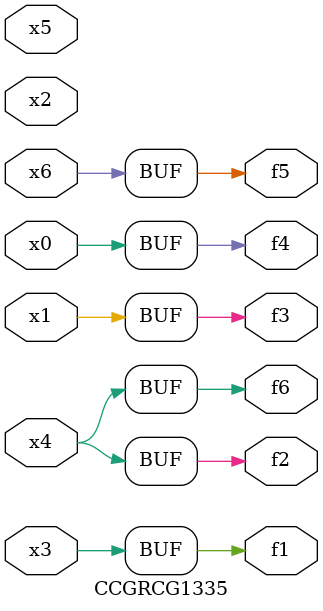
<source format=v>
module CCGRCG1335(
	input x0, x1, x2, x3, x4, x5, x6,
	output f1, f2, f3, f4, f5, f6
);
	assign f1 = x3;
	assign f2 = x4;
	assign f3 = x1;
	assign f4 = x0;
	assign f5 = x6;
	assign f6 = x4;
endmodule

</source>
